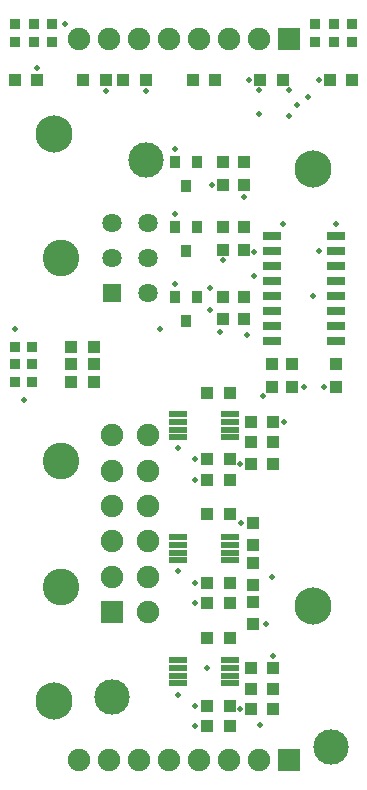
<source format=gts>
G04*
G04 #@! TF.GenerationSoftware,Altium Limited,Altium Designer,20.0.11 (256)*
G04*
G04 Layer_Color=8388736*
%FSLAX44Y44*%
%MOMM*%
G71*
G01*
G75*
%ADD15R,0.9000X0.9000*%
%ADD18R,0.9000X0.9000*%
%ADD20C,3.0000*%
%ADD21R,1.0000X1.0000*%
%ADD22R,1.5500X0.5500*%
%ADD23R,1.6500X0.7000*%
%ADD24R,1.0000X1.0000*%
%ADD25R,0.9000X1.0000*%
%ADD26C,3.1480*%
%ADD27C,3.1000*%
%ADD28R,1.6300X1.6300*%
%ADD29C,1.6300*%
%ADD30R,1.9000X1.9000*%
%ADD31C,1.9000*%
%ADD32R,1.9000X1.9000*%
%ADD33C,0.5000*%
D15*
X7000Y340000D02*
D03*
X22000D02*
D03*
X7000Y355000D02*
D03*
X22000D02*
D03*
X7000Y370000D02*
D03*
X22000D02*
D03*
D18*
X6915Y628000D02*
D03*
Y643000D02*
D03*
X23000Y628000D02*
D03*
Y643000D02*
D03*
X39000Y628000D02*
D03*
Y643000D02*
D03*
X261000D02*
D03*
Y628000D02*
D03*
X277000Y643000D02*
D03*
Y628000D02*
D03*
X293043Y643000D02*
D03*
Y628000D02*
D03*
D20*
X118000Y528000D02*
D03*
X89000Y73000D02*
D03*
X275000Y31000D02*
D03*
D21*
X7000Y596000D02*
D03*
X26000D02*
D03*
X65000D02*
D03*
X84000D02*
D03*
X99000D02*
D03*
X118000D02*
D03*
X74000Y340000D02*
D03*
X55000D02*
D03*
X74000Y355000D02*
D03*
X55000D02*
D03*
X74000Y370000D02*
D03*
X55000D02*
D03*
X158000Y596000D02*
D03*
X177000D02*
D03*
X215000D02*
D03*
X234000D02*
D03*
X274000D02*
D03*
X293000D02*
D03*
X226000Y80042D02*
D03*
X207000D02*
D03*
X189000Y49000D02*
D03*
X170000D02*
D03*
Y123000D02*
D03*
X189000D02*
D03*
Y153000D02*
D03*
X170000D02*
D03*
Y228542D02*
D03*
X189000D02*
D03*
X226000Y289000D02*
D03*
X207000D02*
D03*
X189000Y257000D02*
D03*
X170000D02*
D03*
Y331000D02*
D03*
X189000D02*
D03*
X226000Y63000D02*
D03*
X207000D02*
D03*
X189000Y66042D02*
D03*
X170000D02*
D03*
X207000Y98000D02*
D03*
X226000D02*
D03*
X189000Y170042D02*
D03*
X170000D02*
D03*
X226000Y271000D02*
D03*
X207000D02*
D03*
X189000Y275000D02*
D03*
X170000D02*
D03*
X207000Y306042D02*
D03*
X226000D02*
D03*
D22*
X189000Y85000D02*
D03*
Y91500D02*
D03*
Y98000D02*
D03*
Y104500D02*
D03*
X145000Y85000D02*
D03*
Y91500D02*
D03*
Y98000D02*
D03*
Y104500D02*
D03*
X189000Y189000D02*
D03*
Y195500D02*
D03*
Y202000D02*
D03*
Y208500D02*
D03*
X145000Y189000D02*
D03*
Y195500D02*
D03*
Y202000D02*
D03*
Y208500D02*
D03*
X189000Y293043D02*
D03*
Y299543D02*
D03*
Y306042D02*
D03*
Y312542D02*
D03*
X145000Y293043D02*
D03*
Y299543D02*
D03*
Y306042D02*
D03*
Y312542D02*
D03*
D23*
X225000Y463450D02*
D03*
Y450750D02*
D03*
Y438050D02*
D03*
Y425350D02*
D03*
Y412650D02*
D03*
Y399950D02*
D03*
Y387250D02*
D03*
Y374550D02*
D03*
X279000Y463450D02*
D03*
Y450750D02*
D03*
Y438050D02*
D03*
Y425350D02*
D03*
Y412650D02*
D03*
Y399950D02*
D03*
Y387250D02*
D03*
Y374550D02*
D03*
D24*
X183000Y412000D02*
D03*
Y393000D02*
D03*
X201000Y412000D02*
D03*
Y393000D02*
D03*
X183000Y471000D02*
D03*
Y452000D02*
D03*
X201000Y471000D02*
D03*
Y452000D02*
D03*
X183000Y526000D02*
D03*
Y507000D02*
D03*
X201000Y526000D02*
D03*
Y507000D02*
D03*
X209000Y168000D02*
D03*
Y187000D02*
D03*
X279000Y355000D02*
D03*
Y336000D02*
D03*
X209000Y154000D02*
D03*
Y135000D02*
D03*
Y202000D02*
D03*
Y221000D02*
D03*
X242000Y355000D02*
D03*
Y336000D02*
D03*
X224958Y355000D02*
D03*
Y336000D02*
D03*
D25*
X152000Y392000D02*
D03*
X143000Y412000D02*
D03*
X161000D02*
D03*
X152000Y451000D02*
D03*
X143000Y471000D02*
D03*
X161000D02*
D03*
X152000Y506000D02*
D03*
X143000Y526000D02*
D03*
X161000D02*
D03*
D26*
X40000Y550000D02*
D03*
Y70000D02*
D03*
X260000Y150000D02*
D03*
Y520000D02*
D03*
D27*
X46400Y445000D02*
D03*
X46500Y273500D02*
D03*
Y166500D02*
D03*
D28*
X89600Y415000D02*
D03*
D29*
Y445000D02*
D03*
X119600Y415000D02*
D03*
Y445000D02*
D03*
Y475000D02*
D03*
X89600D02*
D03*
D30*
X89500Y145000D02*
D03*
D31*
X119500D02*
D03*
X89500Y175000D02*
D03*
X119500D02*
D03*
X89500Y205000D02*
D03*
X119500D02*
D03*
X89500Y235000D02*
D03*
X119500D02*
D03*
X89500Y265000D02*
D03*
X119500D02*
D03*
X89500Y295000D02*
D03*
X119500D02*
D03*
X162700Y630000D02*
D03*
X188100D02*
D03*
X213500D02*
D03*
X137300D02*
D03*
X111900D02*
D03*
X86500D02*
D03*
X61100D02*
D03*
X162700Y20000D02*
D03*
X188100D02*
D03*
X213500D02*
D03*
X137300D02*
D03*
X111900D02*
D03*
X86500D02*
D03*
X61100D02*
D03*
D32*
X238900Y630000D02*
D03*
Y20000D02*
D03*
D33*
X201000Y497000D02*
D03*
X181000Y382000D02*
D03*
X198000Y271000D02*
D03*
X50000Y643000D02*
D03*
X15000Y325000D02*
D03*
X7000Y385000D02*
D03*
X143000Y537000D02*
D03*
X174000Y507000D02*
D03*
X143000Y482000D02*
D03*
X183000Y443000D02*
D03*
X143000Y423000D02*
D03*
X279000Y474000D02*
D03*
X204000Y380000D02*
D03*
X145000Y284000D02*
D03*
X235000Y306000D02*
D03*
X145000Y180000D02*
D03*
Y75000D02*
D03*
X198000Y63000D02*
D03*
X160000Y49000D02*
D03*
Y66000D02*
D03*
Y170000D02*
D03*
Y153000D02*
D03*
X269000Y336000D02*
D03*
X226000Y108000D02*
D03*
X160000Y257000D02*
D03*
Y275000D02*
D03*
X217000Y328000D02*
D03*
X252000Y336000D02*
D03*
X199000Y221000D02*
D03*
X220000Y135000D02*
D03*
X225000Y175000D02*
D03*
X234000Y474000D02*
D03*
X239000Y565000D02*
D03*
Y587000D02*
D03*
X210000Y450000D02*
D03*
X215000Y50000D02*
D03*
X210000Y430000D02*
D03*
X214000Y567000D02*
D03*
Y587000D02*
D03*
X170000Y98000D02*
D03*
X130000Y385000D02*
D03*
X172000Y420000D02*
D03*
Y401000D02*
D03*
X255000Y581000D02*
D03*
X118000Y586000D02*
D03*
X246185Y574293D02*
D03*
X260000Y413000D02*
D03*
X265000Y451000D02*
D03*
Y596000D02*
D03*
X205000D02*
D03*
X84000Y586000D02*
D03*
X26000Y606000D02*
D03*
M02*

</source>
